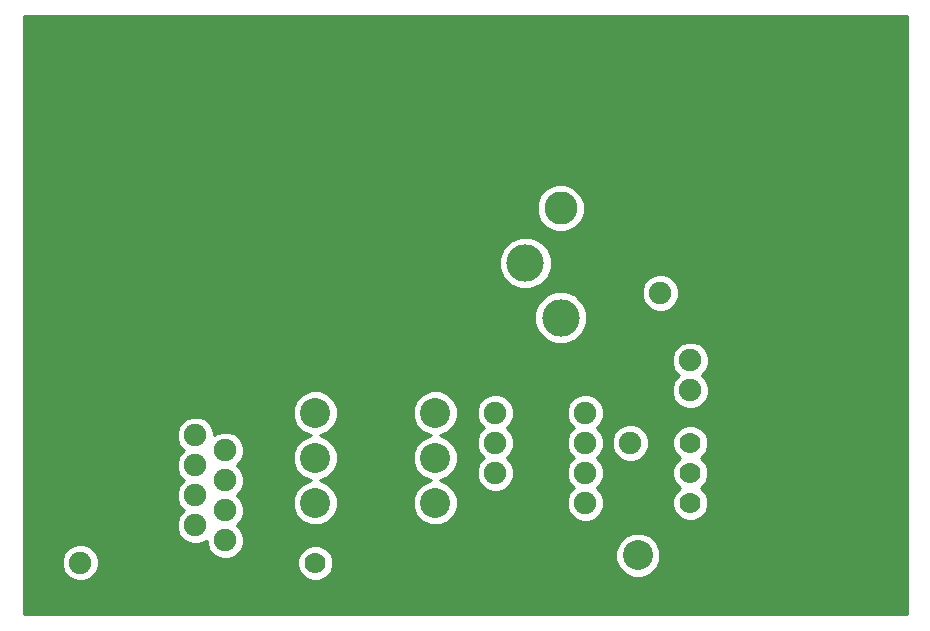
<source format=gbr>
G04 #@! TF.FileFunction,Copper,L1,Top,Signal*
%FSLAX46Y46*%
G04 Gerber Fmt 4.6, Leading zero omitted, Abs format (unit mm)*
G04 Created by KiCad (PCBNEW 4.0.1-3.201512221402+6198~38~ubuntu15.04.1-stable) date Mon 28 Mar 2016 11:15:57 PM EDT*
%MOMM*%
G01*
G04 APERTURE LIST*
%ADD10C,0.100000*%
%ADD11C,1.905000*%
%ADD12C,3.175000*%
%ADD13C,2.794000*%
%ADD14C,1.778000*%
%ADD15C,2.540000*%
%ADD16C,6.350000*%
%ADD17C,3.810000*%
%ADD18C,0.635000*%
%ADD19C,0.254000*%
G04 APERTURE END LIST*
D10*
D11*
X172720000Y-111760000D03*
X172720000Y-106680000D03*
D12*
X163830000Y-91440000D03*
X163830000Y-78740000D03*
D13*
X166827200Y-86804500D03*
X166827200Y-83375500D03*
D12*
X166827200Y-96075500D03*
X166827200Y-74104500D03*
D11*
X177800000Y-102235000D03*
X177800000Y-99695000D03*
D14*
X177800000Y-111760000D03*
X177800000Y-109220000D03*
X177800000Y-106680000D03*
X146050000Y-116840000D03*
X148590000Y-116840000D03*
X151130000Y-116840000D03*
D11*
X161290000Y-104140000D03*
X161290000Y-106680000D03*
X161290000Y-109220000D03*
X161290000Y-111760000D03*
X168910000Y-111760000D03*
X168910000Y-109220000D03*
X168910000Y-106680000D03*
X168910000Y-104140000D03*
X175260000Y-93980000D03*
X175260000Y-88900000D03*
D15*
X156210000Y-111760000D03*
X146050000Y-111760000D03*
X156210000Y-104140000D03*
X146050000Y-104140000D03*
X173355000Y-116205000D03*
X163195000Y-116205000D03*
X156210000Y-107950000D03*
X146050000Y-107950000D03*
D16*
X190500000Y-114300000D03*
X190500000Y-76200000D03*
D17*
X129540000Y-104775000D03*
X129540000Y-116205000D03*
D11*
X126161800Y-106705400D03*
X126161800Y-116814600D03*
X124640340Y-104165400D03*
X124640340Y-114274600D03*
D15*
X132588000Y-102715060D03*
X132588000Y-118264940D03*
D11*
X135890000Y-106045000D03*
X138430000Y-114935000D03*
X138430000Y-107315000D03*
X135890000Y-108585000D03*
X138430000Y-109855000D03*
X135890000Y-111125000D03*
X138430000Y-112395000D03*
X135890000Y-113665000D03*
D18*
X177800000Y-99695000D02*
X177165000Y-99695000D01*
D19*
G36*
X196140000Y-121210000D02*
X121360000Y-121210000D01*
X121360000Y-117128988D01*
X124574025Y-117128988D01*
X124815198Y-117712672D01*
X125261379Y-118159632D01*
X125844641Y-118401824D01*
X126476188Y-118402375D01*
X127059872Y-118161202D01*
X127506832Y-117715021D01*
X127744849Y-117141812D01*
X144525736Y-117141812D01*
X144757262Y-117702149D01*
X145185596Y-118131231D01*
X145745528Y-118363735D01*
X146351812Y-118364264D01*
X146912149Y-118132738D01*
X147341231Y-117704404D01*
X147573735Y-117144472D01*
X147574225Y-116582265D01*
X171449670Y-116582265D01*
X171739078Y-117282686D01*
X172274495Y-117819039D01*
X172974410Y-118109668D01*
X173732265Y-118110330D01*
X174432686Y-117820922D01*
X174969039Y-117285505D01*
X175259668Y-116585590D01*
X175260330Y-115827735D01*
X174970922Y-115127314D01*
X174435505Y-114590961D01*
X173735590Y-114300332D01*
X172977735Y-114299670D01*
X172277314Y-114589078D01*
X171740961Y-115124495D01*
X171450332Y-115824410D01*
X171449670Y-116582265D01*
X147574225Y-116582265D01*
X147574264Y-116538188D01*
X147342738Y-115977851D01*
X146914404Y-115548769D01*
X146354472Y-115316265D01*
X145748188Y-115315736D01*
X145187851Y-115547262D01*
X144758769Y-115975596D01*
X144526265Y-116535528D01*
X144525736Y-117141812D01*
X127744849Y-117141812D01*
X127749024Y-117131759D01*
X127749575Y-116500212D01*
X127508402Y-115916528D01*
X127062221Y-115469568D01*
X126478959Y-115227376D01*
X125847412Y-115226825D01*
X125263728Y-115467998D01*
X124816768Y-115914179D01*
X124574576Y-116497441D01*
X124574025Y-117128988D01*
X121360000Y-117128988D01*
X121360000Y-106359388D01*
X134302225Y-106359388D01*
X134543398Y-106943072D01*
X134914935Y-107315257D01*
X134544968Y-107684579D01*
X134302776Y-108267841D01*
X134302225Y-108899388D01*
X134543398Y-109483072D01*
X134914935Y-109855257D01*
X134544968Y-110224579D01*
X134302776Y-110807841D01*
X134302225Y-111439388D01*
X134543398Y-112023072D01*
X134914935Y-112395257D01*
X134544968Y-112764579D01*
X134302776Y-113347841D01*
X134302225Y-113979388D01*
X134543398Y-114563072D01*
X134989579Y-115010032D01*
X135572841Y-115252224D01*
X136204388Y-115252775D01*
X136788072Y-115011602D01*
X136842480Y-114957289D01*
X136842225Y-115249388D01*
X137083398Y-115833072D01*
X137529579Y-116280032D01*
X138112841Y-116522224D01*
X138744388Y-116522775D01*
X139328072Y-116281602D01*
X139775032Y-115835421D01*
X140017224Y-115252159D01*
X140017775Y-114620612D01*
X139776602Y-114036928D01*
X139405065Y-113664743D01*
X139775032Y-113295421D01*
X140017224Y-112712159D01*
X140017775Y-112080612D01*
X139776602Y-111496928D01*
X139405065Y-111124743D01*
X139775032Y-110755421D01*
X140017224Y-110172159D01*
X140017775Y-109540612D01*
X139776602Y-108956928D01*
X139405065Y-108584743D01*
X139775032Y-108215421D01*
X140017224Y-107632159D01*
X140017775Y-107000612D01*
X139776602Y-106416928D01*
X139330421Y-105969968D01*
X138747159Y-105727776D01*
X138115612Y-105727225D01*
X137531928Y-105968398D01*
X137477520Y-106022711D01*
X137477775Y-105730612D01*
X137236602Y-105146928D01*
X136790421Y-104699968D01*
X136350425Y-104517265D01*
X144144670Y-104517265D01*
X144434078Y-105217686D01*
X144969495Y-105754039D01*
X145669410Y-106044668D01*
X145672733Y-106044671D01*
X144972314Y-106334078D01*
X144435961Y-106869495D01*
X144145332Y-107569410D01*
X144144670Y-108327265D01*
X144434078Y-109027686D01*
X144969495Y-109564039D01*
X145669410Y-109854668D01*
X145672733Y-109854671D01*
X144972314Y-110144078D01*
X144435961Y-110679495D01*
X144145332Y-111379410D01*
X144144670Y-112137265D01*
X144434078Y-112837686D01*
X144969495Y-113374039D01*
X145669410Y-113664668D01*
X146427265Y-113665330D01*
X147127686Y-113375922D01*
X147664039Y-112840505D01*
X147954668Y-112140590D01*
X147955330Y-111382735D01*
X147665922Y-110682314D01*
X147130505Y-110145961D01*
X146430590Y-109855332D01*
X146427267Y-109855329D01*
X147127686Y-109565922D01*
X147664039Y-109030505D01*
X147954668Y-108330590D01*
X147955330Y-107572735D01*
X147665922Y-106872314D01*
X147130505Y-106335961D01*
X146430590Y-106045332D01*
X146427267Y-106045329D01*
X147127686Y-105755922D01*
X147664039Y-105220505D01*
X147954668Y-104520590D01*
X147954670Y-104517265D01*
X154304670Y-104517265D01*
X154594078Y-105217686D01*
X155129495Y-105754039D01*
X155829410Y-106044668D01*
X155832733Y-106044671D01*
X155132314Y-106334078D01*
X154595961Y-106869495D01*
X154305332Y-107569410D01*
X154304670Y-108327265D01*
X154594078Y-109027686D01*
X155129495Y-109564039D01*
X155829410Y-109854668D01*
X155832733Y-109854671D01*
X155132314Y-110144078D01*
X154595961Y-110679495D01*
X154305332Y-111379410D01*
X154304670Y-112137265D01*
X154594078Y-112837686D01*
X155129495Y-113374039D01*
X155829410Y-113664668D01*
X156587265Y-113665330D01*
X157287686Y-113375922D01*
X157824039Y-112840505D01*
X158114668Y-112140590D01*
X158115330Y-111382735D01*
X157825922Y-110682314D01*
X157290505Y-110145961D01*
X156590590Y-109855332D01*
X156587267Y-109855329D01*
X157287686Y-109565922D01*
X157824039Y-109030505D01*
X158114668Y-108330590D01*
X158115330Y-107572735D01*
X157825922Y-106872314D01*
X157290505Y-106335961D01*
X156590590Y-106045332D01*
X156587267Y-106045329D01*
X157287686Y-105755922D01*
X157824039Y-105220505D01*
X158114668Y-104520590D01*
X158114725Y-104454388D01*
X159702225Y-104454388D01*
X159943398Y-105038072D01*
X160314935Y-105410257D01*
X159944968Y-105779579D01*
X159702776Y-106362841D01*
X159702225Y-106994388D01*
X159943398Y-107578072D01*
X160314935Y-107950257D01*
X159944968Y-108319579D01*
X159702776Y-108902841D01*
X159702225Y-109534388D01*
X159943398Y-110118072D01*
X160389579Y-110565032D01*
X160972841Y-110807224D01*
X161604388Y-110807775D01*
X162188072Y-110566602D01*
X162635032Y-110120421D01*
X162877224Y-109537159D01*
X162877775Y-108905612D01*
X162636602Y-108321928D01*
X162265065Y-107949743D01*
X162635032Y-107580421D01*
X162877224Y-106997159D01*
X162877775Y-106365612D01*
X162636602Y-105781928D01*
X162265065Y-105409743D01*
X162635032Y-105040421D01*
X162877224Y-104457159D01*
X162877226Y-104454388D01*
X167322225Y-104454388D01*
X167563398Y-105038072D01*
X167934935Y-105410257D01*
X167564968Y-105779579D01*
X167322776Y-106362841D01*
X167322225Y-106994388D01*
X167563398Y-107578072D01*
X167934935Y-107950257D01*
X167564968Y-108319579D01*
X167322776Y-108902841D01*
X167322225Y-109534388D01*
X167563398Y-110118072D01*
X167934935Y-110490257D01*
X167564968Y-110859579D01*
X167322776Y-111442841D01*
X167322225Y-112074388D01*
X167563398Y-112658072D01*
X168009579Y-113105032D01*
X168592841Y-113347224D01*
X169224388Y-113347775D01*
X169808072Y-113106602D01*
X170255032Y-112660421D01*
X170497224Y-112077159D01*
X170497775Y-111445612D01*
X170256602Y-110861928D01*
X169885065Y-110489743D01*
X170255032Y-110120421D01*
X170497224Y-109537159D01*
X170497775Y-108905612D01*
X170256602Y-108321928D01*
X169885065Y-107949743D01*
X170255032Y-107580421D01*
X170497224Y-106997159D01*
X170497226Y-106994388D01*
X171132225Y-106994388D01*
X171373398Y-107578072D01*
X171819579Y-108025032D01*
X172402841Y-108267224D01*
X173034388Y-108267775D01*
X173618072Y-108026602D01*
X174065032Y-107580421D01*
X174307224Y-106997159D01*
X174307237Y-106981812D01*
X176275736Y-106981812D01*
X176507262Y-107542149D01*
X176914737Y-107950336D01*
X176508769Y-108355596D01*
X176276265Y-108915528D01*
X176275736Y-109521812D01*
X176507262Y-110082149D01*
X176914737Y-110490336D01*
X176508769Y-110895596D01*
X176276265Y-111455528D01*
X176275736Y-112061812D01*
X176507262Y-112622149D01*
X176935596Y-113051231D01*
X177495528Y-113283735D01*
X178101812Y-113284264D01*
X178662149Y-113052738D01*
X179091231Y-112624404D01*
X179323735Y-112064472D01*
X179324264Y-111458188D01*
X179092738Y-110897851D01*
X178685263Y-110489664D01*
X179091231Y-110084404D01*
X179323735Y-109524472D01*
X179324264Y-108918188D01*
X179092738Y-108357851D01*
X178685263Y-107949664D01*
X179091231Y-107544404D01*
X179323735Y-106984472D01*
X179324264Y-106378188D01*
X179092738Y-105817851D01*
X178664404Y-105388769D01*
X178104472Y-105156265D01*
X177498188Y-105155736D01*
X176937851Y-105387262D01*
X176508769Y-105815596D01*
X176276265Y-106375528D01*
X176275736Y-106981812D01*
X174307237Y-106981812D01*
X174307775Y-106365612D01*
X174066602Y-105781928D01*
X173620421Y-105334968D01*
X173037159Y-105092776D01*
X172405612Y-105092225D01*
X171821928Y-105333398D01*
X171374968Y-105779579D01*
X171132776Y-106362841D01*
X171132225Y-106994388D01*
X170497226Y-106994388D01*
X170497775Y-106365612D01*
X170256602Y-105781928D01*
X169885065Y-105409743D01*
X170255032Y-105040421D01*
X170497224Y-104457159D01*
X170497775Y-103825612D01*
X170256602Y-103241928D01*
X169810421Y-102794968D01*
X169227159Y-102552776D01*
X168595612Y-102552225D01*
X168011928Y-102793398D01*
X167564968Y-103239579D01*
X167322776Y-103822841D01*
X167322225Y-104454388D01*
X162877226Y-104454388D01*
X162877775Y-103825612D01*
X162636602Y-103241928D01*
X162190421Y-102794968D01*
X161607159Y-102552776D01*
X160975612Y-102552225D01*
X160391928Y-102793398D01*
X159944968Y-103239579D01*
X159702776Y-103822841D01*
X159702225Y-104454388D01*
X158114725Y-104454388D01*
X158115330Y-103762735D01*
X157825922Y-103062314D01*
X157290505Y-102525961D01*
X156590590Y-102235332D01*
X155832735Y-102234670D01*
X155132314Y-102524078D01*
X154595961Y-103059495D01*
X154305332Y-103759410D01*
X154304670Y-104517265D01*
X147954670Y-104517265D01*
X147955330Y-103762735D01*
X147665922Y-103062314D01*
X147130505Y-102525961D01*
X146430590Y-102235332D01*
X145672735Y-102234670D01*
X144972314Y-102524078D01*
X144435961Y-103059495D01*
X144145332Y-103759410D01*
X144144670Y-104517265D01*
X136350425Y-104517265D01*
X136207159Y-104457776D01*
X135575612Y-104457225D01*
X134991928Y-104698398D01*
X134544968Y-105144579D01*
X134302776Y-105727841D01*
X134302225Y-106359388D01*
X121360000Y-106359388D01*
X121360000Y-100009388D01*
X176212225Y-100009388D01*
X176453398Y-100593072D01*
X176824935Y-100965257D01*
X176454968Y-101334579D01*
X176212776Y-101917841D01*
X176212225Y-102549388D01*
X176453398Y-103133072D01*
X176899579Y-103580032D01*
X177482841Y-103822224D01*
X178114388Y-103822775D01*
X178698072Y-103581602D01*
X179145032Y-103135421D01*
X179387224Y-102552159D01*
X179387775Y-101920612D01*
X179146602Y-101336928D01*
X178775065Y-100964743D01*
X179145032Y-100595421D01*
X179387224Y-100012159D01*
X179387775Y-99380612D01*
X179146602Y-98796928D01*
X178700421Y-98349968D01*
X178117159Y-98107776D01*
X177485612Y-98107225D01*
X176901928Y-98348398D01*
X176454968Y-98794579D01*
X176212776Y-99377841D01*
X176212225Y-100009388D01*
X121360000Y-100009388D01*
X121360000Y-96515643D01*
X164604315Y-96515643D01*
X164941958Y-97332800D01*
X165566611Y-97958545D01*
X166383178Y-98297613D01*
X167267343Y-98298385D01*
X168084500Y-97960742D01*
X168710245Y-97336089D01*
X169049313Y-96519522D01*
X169050085Y-95635357D01*
X168712442Y-94818200D01*
X168189545Y-94294388D01*
X173672225Y-94294388D01*
X173913398Y-94878072D01*
X174359579Y-95325032D01*
X174942841Y-95567224D01*
X175574388Y-95567775D01*
X176158072Y-95326602D01*
X176605032Y-94880421D01*
X176847224Y-94297159D01*
X176847775Y-93665612D01*
X176606602Y-93081928D01*
X176160421Y-92634968D01*
X175577159Y-92392776D01*
X174945612Y-92392225D01*
X174361928Y-92633398D01*
X173914968Y-93079579D01*
X173672776Y-93662841D01*
X173672225Y-94294388D01*
X168189545Y-94294388D01*
X168087789Y-94192455D01*
X167271222Y-93853387D01*
X166387057Y-93852615D01*
X165569900Y-94190258D01*
X164944155Y-94814911D01*
X164605087Y-95631478D01*
X164604315Y-96515643D01*
X121360000Y-96515643D01*
X121360000Y-91880143D01*
X161607115Y-91880143D01*
X161944758Y-92697300D01*
X162569411Y-93323045D01*
X163385978Y-93662113D01*
X164270143Y-93662885D01*
X165087300Y-93325242D01*
X165713045Y-92700589D01*
X166052113Y-91884022D01*
X166052885Y-90999857D01*
X165715242Y-90182700D01*
X165090589Y-89556955D01*
X164274022Y-89217887D01*
X163389857Y-89217115D01*
X162572700Y-89554758D01*
X161946955Y-90179411D01*
X161607887Y-90995978D01*
X161607115Y-91880143D01*
X121360000Y-91880143D01*
X121360000Y-87206916D01*
X164794848Y-87206916D01*
X165103550Y-87954032D01*
X165674662Y-88526141D01*
X166421237Y-88836146D01*
X167229616Y-88836852D01*
X167976732Y-88528150D01*
X168548841Y-87957038D01*
X168858846Y-87210463D01*
X168859552Y-86402084D01*
X168550850Y-85654968D01*
X167979738Y-85082859D01*
X167233163Y-84772854D01*
X166424784Y-84772148D01*
X165677668Y-85080850D01*
X165105559Y-85651962D01*
X164795554Y-86398537D01*
X164794848Y-87206916D01*
X121360000Y-87206916D01*
X121360000Y-70560000D01*
X196140000Y-70560000D01*
X196140000Y-121210000D01*
X196140000Y-121210000D01*
G37*
X196140000Y-121210000D02*
X121360000Y-121210000D01*
X121360000Y-117128988D01*
X124574025Y-117128988D01*
X124815198Y-117712672D01*
X125261379Y-118159632D01*
X125844641Y-118401824D01*
X126476188Y-118402375D01*
X127059872Y-118161202D01*
X127506832Y-117715021D01*
X127744849Y-117141812D01*
X144525736Y-117141812D01*
X144757262Y-117702149D01*
X145185596Y-118131231D01*
X145745528Y-118363735D01*
X146351812Y-118364264D01*
X146912149Y-118132738D01*
X147341231Y-117704404D01*
X147573735Y-117144472D01*
X147574225Y-116582265D01*
X171449670Y-116582265D01*
X171739078Y-117282686D01*
X172274495Y-117819039D01*
X172974410Y-118109668D01*
X173732265Y-118110330D01*
X174432686Y-117820922D01*
X174969039Y-117285505D01*
X175259668Y-116585590D01*
X175260330Y-115827735D01*
X174970922Y-115127314D01*
X174435505Y-114590961D01*
X173735590Y-114300332D01*
X172977735Y-114299670D01*
X172277314Y-114589078D01*
X171740961Y-115124495D01*
X171450332Y-115824410D01*
X171449670Y-116582265D01*
X147574225Y-116582265D01*
X147574264Y-116538188D01*
X147342738Y-115977851D01*
X146914404Y-115548769D01*
X146354472Y-115316265D01*
X145748188Y-115315736D01*
X145187851Y-115547262D01*
X144758769Y-115975596D01*
X144526265Y-116535528D01*
X144525736Y-117141812D01*
X127744849Y-117141812D01*
X127749024Y-117131759D01*
X127749575Y-116500212D01*
X127508402Y-115916528D01*
X127062221Y-115469568D01*
X126478959Y-115227376D01*
X125847412Y-115226825D01*
X125263728Y-115467998D01*
X124816768Y-115914179D01*
X124574576Y-116497441D01*
X124574025Y-117128988D01*
X121360000Y-117128988D01*
X121360000Y-106359388D01*
X134302225Y-106359388D01*
X134543398Y-106943072D01*
X134914935Y-107315257D01*
X134544968Y-107684579D01*
X134302776Y-108267841D01*
X134302225Y-108899388D01*
X134543398Y-109483072D01*
X134914935Y-109855257D01*
X134544968Y-110224579D01*
X134302776Y-110807841D01*
X134302225Y-111439388D01*
X134543398Y-112023072D01*
X134914935Y-112395257D01*
X134544968Y-112764579D01*
X134302776Y-113347841D01*
X134302225Y-113979388D01*
X134543398Y-114563072D01*
X134989579Y-115010032D01*
X135572841Y-115252224D01*
X136204388Y-115252775D01*
X136788072Y-115011602D01*
X136842480Y-114957289D01*
X136842225Y-115249388D01*
X137083398Y-115833072D01*
X137529579Y-116280032D01*
X138112841Y-116522224D01*
X138744388Y-116522775D01*
X139328072Y-116281602D01*
X139775032Y-115835421D01*
X140017224Y-115252159D01*
X140017775Y-114620612D01*
X139776602Y-114036928D01*
X139405065Y-113664743D01*
X139775032Y-113295421D01*
X140017224Y-112712159D01*
X140017775Y-112080612D01*
X139776602Y-111496928D01*
X139405065Y-111124743D01*
X139775032Y-110755421D01*
X140017224Y-110172159D01*
X140017775Y-109540612D01*
X139776602Y-108956928D01*
X139405065Y-108584743D01*
X139775032Y-108215421D01*
X140017224Y-107632159D01*
X140017775Y-107000612D01*
X139776602Y-106416928D01*
X139330421Y-105969968D01*
X138747159Y-105727776D01*
X138115612Y-105727225D01*
X137531928Y-105968398D01*
X137477520Y-106022711D01*
X137477775Y-105730612D01*
X137236602Y-105146928D01*
X136790421Y-104699968D01*
X136350425Y-104517265D01*
X144144670Y-104517265D01*
X144434078Y-105217686D01*
X144969495Y-105754039D01*
X145669410Y-106044668D01*
X145672733Y-106044671D01*
X144972314Y-106334078D01*
X144435961Y-106869495D01*
X144145332Y-107569410D01*
X144144670Y-108327265D01*
X144434078Y-109027686D01*
X144969495Y-109564039D01*
X145669410Y-109854668D01*
X145672733Y-109854671D01*
X144972314Y-110144078D01*
X144435961Y-110679495D01*
X144145332Y-111379410D01*
X144144670Y-112137265D01*
X144434078Y-112837686D01*
X144969495Y-113374039D01*
X145669410Y-113664668D01*
X146427265Y-113665330D01*
X147127686Y-113375922D01*
X147664039Y-112840505D01*
X147954668Y-112140590D01*
X147955330Y-111382735D01*
X147665922Y-110682314D01*
X147130505Y-110145961D01*
X146430590Y-109855332D01*
X146427267Y-109855329D01*
X147127686Y-109565922D01*
X147664039Y-109030505D01*
X147954668Y-108330590D01*
X147955330Y-107572735D01*
X147665922Y-106872314D01*
X147130505Y-106335961D01*
X146430590Y-106045332D01*
X146427267Y-106045329D01*
X147127686Y-105755922D01*
X147664039Y-105220505D01*
X147954668Y-104520590D01*
X147954670Y-104517265D01*
X154304670Y-104517265D01*
X154594078Y-105217686D01*
X155129495Y-105754039D01*
X155829410Y-106044668D01*
X155832733Y-106044671D01*
X155132314Y-106334078D01*
X154595961Y-106869495D01*
X154305332Y-107569410D01*
X154304670Y-108327265D01*
X154594078Y-109027686D01*
X155129495Y-109564039D01*
X155829410Y-109854668D01*
X155832733Y-109854671D01*
X155132314Y-110144078D01*
X154595961Y-110679495D01*
X154305332Y-111379410D01*
X154304670Y-112137265D01*
X154594078Y-112837686D01*
X155129495Y-113374039D01*
X155829410Y-113664668D01*
X156587265Y-113665330D01*
X157287686Y-113375922D01*
X157824039Y-112840505D01*
X158114668Y-112140590D01*
X158115330Y-111382735D01*
X157825922Y-110682314D01*
X157290505Y-110145961D01*
X156590590Y-109855332D01*
X156587267Y-109855329D01*
X157287686Y-109565922D01*
X157824039Y-109030505D01*
X158114668Y-108330590D01*
X158115330Y-107572735D01*
X157825922Y-106872314D01*
X157290505Y-106335961D01*
X156590590Y-106045332D01*
X156587267Y-106045329D01*
X157287686Y-105755922D01*
X157824039Y-105220505D01*
X158114668Y-104520590D01*
X158114725Y-104454388D01*
X159702225Y-104454388D01*
X159943398Y-105038072D01*
X160314935Y-105410257D01*
X159944968Y-105779579D01*
X159702776Y-106362841D01*
X159702225Y-106994388D01*
X159943398Y-107578072D01*
X160314935Y-107950257D01*
X159944968Y-108319579D01*
X159702776Y-108902841D01*
X159702225Y-109534388D01*
X159943398Y-110118072D01*
X160389579Y-110565032D01*
X160972841Y-110807224D01*
X161604388Y-110807775D01*
X162188072Y-110566602D01*
X162635032Y-110120421D01*
X162877224Y-109537159D01*
X162877775Y-108905612D01*
X162636602Y-108321928D01*
X162265065Y-107949743D01*
X162635032Y-107580421D01*
X162877224Y-106997159D01*
X162877775Y-106365612D01*
X162636602Y-105781928D01*
X162265065Y-105409743D01*
X162635032Y-105040421D01*
X162877224Y-104457159D01*
X162877226Y-104454388D01*
X167322225Y-104454388D01*
X167563398Y-105038072D01*
X167934935Y-105410257D01*
X167564968Y-105779579D01*
X167322776Y-106362841D01*
X167322225Y-106994388D01*
X167563398Y-107578072D01*
X167934935Y-107950257D01*
X167564968Y-108319579D01*
X167322776Y-108902841D01*
X167322225Y-109534388D01*
X167563398Y-110118072D01*
X167934935Y-110490257D01*
X167564968Y-110859579D01*
X167322776Y-111442841D01*
X167322225Y-112074388D01*
X167563398Y-112658072D01*
X168009579Y-113105032D01*
X168592841Y-113347224D01*
X169224388Y-113347775D01*
X169808072Y-113106602D01*
X170255032Y-112660421D01*
X170497224Y-112077159D01*
X170497775Y-111445612D01*
X170256602Y-110861928D01*
X169885065Y-110489743D01*
X170255032Y-110120421D01*
X170497224Y-109537159D01*
X170497775Y-108905612D01*
X170256602Y-108321928D01*
X169885065Y-107949743D01*
X170255032Y-107580421D01*
X170497224Y-106997159D01*
X170497226Y-106994388D01*
X171132225Y-106994388D01*
X171373398Y-107578072D01*
X171819579Y-108025032D01*
X172402841Y-108267224D01*
X173034388Y-108267775D01*
X173618072Y-108026602D01*
X174065032Y-107580421D01*
X174307224Y-106997159D01*
X174307237Y-106981812D01*
X176275736Y-106981812D01*
X176507262Y-107542149D01*
X176914737Y-107950336D01*
X176508769Y-108355596D01*
X176276265Y-108915528D01*
X176275736Y-109521812D01*
X176507262Y-110082149D01*
X176914737Y-110490336D01*
X176508769Y-110895596D01*
X176276265Y-111455528D01*
X176275736Y-112061812D01*
X176507262Y-112622149D01*
X176935596Y-113051231D01*
X177495528Y-113283735D01*
X178101812Y-113284264D01*
X178662149Y-113052738D01*
X179091231Y-112624404D01*
X179323735Y-112064472D01*
X179324264Y-111458188D01*
X179092738Y-110897851D01*
X178685263Y-110489664D01*
X179091231Y-110084404D01*
X179323735Y-109524472D01*
X179324264Y-108918188D01*
X179092738Y-108357851D01*
X178685263Y-107949664D01*
X179091231Y-107544404D01*
X179323735Y-106984472D01*
X179324264Y-106378188D01*
X179092738Y-105817851D01*
X178664404Y-105388769D01*
X178104472Y-105156265D01*
X177498188Y-105155736D01*
X176937851Y-105387262D01*
X176508769Y-105815596D01*
X176276265Y-106375528D01*
X176275736Y-106981812D01*
X174307237Y-106981812D01*
X174307775Y-106365612D01*
X174066602Y-105781928D01*
X173620421Y-105334968D01*
X173037159Y-105092776D01*
X172405612Y-105092225D01*
X171821928Y-105333398D01*
X171374968Y-105779579D01*
X171132776Y-106362841D01*
X171132225Y-106994388D01*
X170497226Y-106994388D01*
X170497775Y-106365612D01*
X170256602Y-105781928D01*
X169885065Y-105409743D01*
X170255032Y-105040421D01*
X170497224Y-104457159D01*
X170497775Y-103825612D01*
X170256602Y-103241928D01*
X169810421Y-102794968D01*
X169227159Y-102552776D01*
X168595612Y-102552225D01*
X168011928Y-102793398D01*
X167564968Y-103239579D01*
X167322776Y-103822841D01*
X167322225Y-104454388D01*
X162877226Y-104454388D01*
X162877775Y-103825612D01*
X162636602Y-103241928D01*
X162190421Y-102794968D01*
X161607159Y-102552776D01*
X160975612Y-102552225D01*
X160391928Y-102793398D01*
X159944968Y-103239579D01*
X159702776Y-103822841D01*
X159702225Y-104454388D01*
X158114725Y-104454388D01*
X158115330Y-103762735D01*
X157825922Y-103062314D01*
X157290505Y-102525961D01*
X156590590Y-102235332D01*
X155832735Y-102234670D01*
X155132314Y-102524078D01*
X154595961Y-103059495D01*
X154305332Y-103759410D01*
X154304670Y-104517265D01*
X147954670Y-104517265D01*
X147955330Y-103762735D01*
X147665922Y-103062314D01*
X147130505Y-102525961D01*
X146430590Y-102235332D01*
X145672735Y-102234670D01*
X144972314Y-102524078D01*
X144435961Y-103059495D01*
X144145332Y-103759410D01*
X144144670Y-104517265D01*
X136350425Y-104517265D01*
X136207159Y-104457776D01*
X135575612Y-104457225D01*
X134991928Y-104698398D01*
X134544968Y-105144579D01*
X134302776Y-105727841D01*
X134302225Y-106359388D01*
X121360000Y-106359388D01*
X121360000Y-100009388D01*
X176212225Y-100009388D01*
X176453398Y-100593072D01*
X176824935Y-100965257D01*
X176454968Y-101334579D01*
X176212776Y-101917841D01*
X176212225Y-102549388D01*
X176453398Y-103133072D01*
X176899579Y-103580032D01*
X177482841Y-103822224D01*
X178114388Y-103822775D01*
X178698072Y-103581602D01*
X179145032Y-103135421D01*
X179387224Y-102552159D01*
X179387775Y-101920612D01*
X179146602Y-101336928D01*
X178775065Y-100964743D01*
X179145032Y-100595421D01*
X179387224Y-100012159D01*
X179387775Y-99380612D01*
X179146602Y-98796928D01*
X178700421Y-98349968D01*
X178117159Y-98107776D01*
X177485612Y-98107225D01*
X176901928Y-98348398D01*
X176454968Y-98794579D01*
X176212776Y-99377841D01*
X176212225Y-100009388D01*
X121360000Y-100009388D01*
X121360000Y-96515643D01*
X164604315Y-96515643D01*
X164941958Y-97332800D01*
X165566611Y-97958545D01*
X166383178Y-98297613D01*
X167267343Y-98298385D01*
X168084500Y-97960742D01*
X168710245Y-97336089D01*
X169049313Y-96519522D01*
X169050085Y-95635357D01*
X168712442Y-94818200D01*
X168189545Y-94294388D01*
X173672225Y-94294388D01*
X173913398Y-94878072D01*
X174359579Y-95325032D01*
X174942841Y-95567224D01*
X175574388Y-95567775D01*
X176158072Y-95326602D01*
X176605032Y-94880421D01*
X176847224Y-94297159D01*
X176847775Y-93665612D01*
X176606602Y-93081928D01*
X176160421Y-92634968D01*
X175577159Y-92392776D01*
X174945612Y-92392225D01*
X174361928Y-92633398D01*
X173914968Y-93079579D01*
X173672776Y-93662841D01*
X173672225Y-94294388D01*
X168189545Y-94294388D01*
X168087789Y-94192455D01*
X167271222Y-93853387D01*
X166387057Y-93852615D01*
X165569900Y-94190258D01*
X164944155Y-94814911D01*
X164605087Y-95631478D01*
X164604315Y-96515643D01*
X121360000Y-96515643D01*
X121360000Y-91880143D01*
X161607115Y-91880143D01*
X161944758Y-92697300D01*
X162569411Y-93323045D01*
X163385978Y-93662113D01*
X164270143Y-93662885D01*
X165087300Y-93325242D01*
X165713045Y-92700589D01*
X166052113Y-91884022D01*
X166052885Y-90999857D01*
X165715242Y-90182700D01*
X165090589Y-89556955D01*
X164274022Y-89217887D01*
X163389857Y-89217115D01*
X162572700Y-89554758D01*
X161946955Y-90179411D01*
X161607887Y-90995978D01*
X161607115Y-91880143D01*
X121360000Y-91880143D01*
X121360000Y-87206916D01*
X164794848Y-87206916D01*
X165103550Y-87954032D01*
X165674662Y-88526141D01*
X166421237Y-88836146D01*
X167229616Y-88836852D01*
X167976732Y-88528150D01*
X168548841Y-87957038D01*
X168858846Y-87210463D01*
X168859552Y-86402084D01*
X168550850Y-85654968D01*
X167979738Y-85082859D01*
X167233163Y-84772854D01*
X166424784Y-84772148D01*
X165677668Y-85080850D01*
X165105559Y-85651962D01*
X164795554Y-86398537D01*
X164794848Y-87206916D01*
X121360000Y-87206916D01*
X121360000Y-70560000D01*
X196140000Y-70560000D01*
X196140000Y-121210000D01*
M02*

</source>
